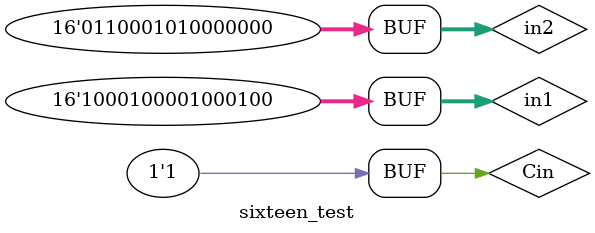
<source format=v>
module sixteen_test();
reg [15:0] in1, in2;
reg Cin;
wire Cout;
wire [15:0] out;
sixteen_adder DUT (in1, in2, Cin, Cout, out);
initial
    begin
        $dumpfile ("16badder.vcd");
        $dumpvars (0, sixteen_test);
        $monitor ($time, " in1 = %b, in2 = %b, Cin = %b, Cout = %b, out = %b",in1, in2, Cin, Cout, out);
        #5 in1 = 16'b0000000000000000; in2 = 16'b1111111111111111; Cin = 0;
        #5 in1 = 16'b0000000000000001; in2 = 16'b1111111111111111; Cin = 0;
        #5 in1 = 16'b1000100001000100; in2 = 16'b0110001010000000; Cin = 1;
    end
endmodule
</source>
